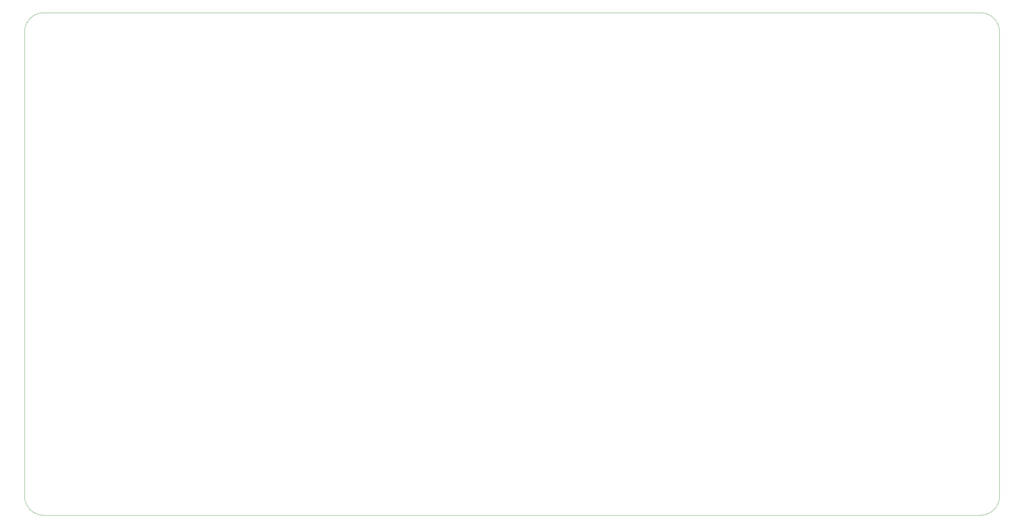
<source format=gbr>
%TF.GenerationSoftware,KiCad,Pcbnew,7.0.5*%
%TF.CreationDate,2023-12-18T12:03:12+02:00*%
%TF.ProjectId,HCP65 Test MPU Board,48435036-3520-4546-9573-74204d505520,rev?*%
%TF.SameCoordinates,Original*%
%TF.FileFunction,Profile,NP*%
%FSLAX46Y46*%
G04 Gerber Fmt 4.6, Leading zero omitted, Abs format (unit mm)*
G04 Created by KiCad (PCBNEW 7.0.5) date 2023-12-18 12:03:12*
%MOMM*%
%LPD*%
G01*
G04 APERTURE LIST*
%TA.AperFunction,Profile*%
%ADD10C,0.100000*%
%TD*%
G04 APERTURE END LIST*
D10*
X20320000Y-156845000D02*
X268605000Y-156845000D01*
X273685000Y-151765000D02*
X273685000Y-28575000D01*
X273685000Y-28575000D02*
G75*
G03*
X268605000Y-23495000I-5080000J0D01*
G01*
X20320000Y-23495000D02*
G75*
G03*
X15240000Y-28575000I0J-5080000D01*
G01*
X20320000Y-23495000D02*
X268605000Y-23495000D01*
X268605000Y-156845000D02*
G75*
G03*
X273685000Y-151765000I0J5080000D01*
G01*
X15240000Y-151765000D02*
X15240000Y-28575000D01*
X15240000Y-151765000D02*
G75*
G03*
X20320000Y-156845000I5080000J0D01*
G01*
M02*

</source>
